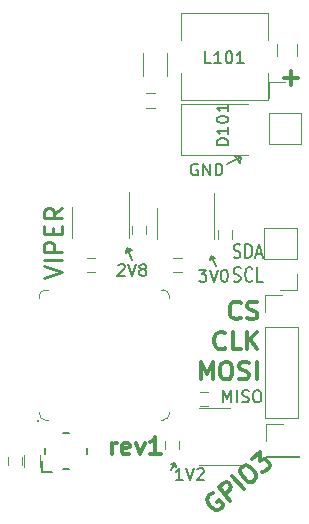
<source format=gto>
G04 #@! TF.FileFunction,Legend,Top*
%FSLAX46Y46*%
G04 Gerber Fmt 4.6, Leading zero omitted, Abs format (unit mm)*
G04 Created by KiCad (PCBNEW 4.0.6) date Thu Nov 16 07:28:37 2017*
%MOMM*%
%LPD*%
G01*
G04 APERTURE LIST*
%ADD10C,0.100000*%
%ADD11C,0.250000*%
%ADD12C,0.200000*%
%ADD13C,0.300000*%
%ADD14C,0.120000*%
%ADD15C,0.150000*%
G04 APERTURE END LIST*
D10*
D11*
X148178571Y-102535714D02*
X149678571Y-102035714D01*
X148178571Y-101535714D01*
X149678571Y-101035714D02*
X148178571Y-101035714D01*
X149678571Y-100321428D02*
X148178571Y-100321428D01*
X148178571Y-99750000D01*
X148250000Y-99607142D01*
X148321429Y-99535714D01*
X148464286Y-99464285D01*
X148678571Y-99464285D01*
X148821429Y-99535714D01*
X148892857Y-99607142D01*
X148964286Y-99750000D01*
X148964286Y-100321428D01*
X148892857Y-98821428D02*
X148892857Y-98321428D01*
X149678571Y-98107142D02*
X149678571Y-98821428D01*
X148178571Y-98821428D01*
X148178571Y-98107142D01*
X149678571Y-96607142D02*
X148964286Y-97107142D01*
X149678571Y-97464285D02*
X148178571Y-97464285D01*
X148178571Y-96892857D01*
X148250000Y-96749999D01*
X148321429Y-96678571D01*
X148464286Y-96607142D01*
X148678571Y-96607142D01*
X148821429Y-96678571D01*
X148892857Y-96749999D01*
X148964286Y-96892857D01*
X148964286Y-97464285D01*
D12*
X155100000Y-100400000D02*
X155600000Y-100200000D01*
X162200000Y-101000000D02*
X162300000Y-100700000D01*
X162600000Y-100800000D02*
X162200000Y-101000000D01*
X162300000Y-100700000D02*
X162600000Y-100800000D01*
X162700000Y-101500000D02*
X162300000Y-100700000D01*
X158900000Y-118300000D02*
X159200000Y-118200000D01*
X159300000Y-118500000D02*
X158900000Y-118300000D01*
X159200000Y-118200000D02*
X159300000Y-118500000D01*
X158900000Y-118800000D02*
X159200000Y-118200000D01*
X155100000Y-100400000D02*
X155200000Y-100000000D01*
X155200000Y-100000000D02*
X155600000Y-100200000D01*
X155600000Y-101000000D02*
X155200000Y-100000000D01*
X161261905Y-101852381D02*
X161880953Y-101852381D01*
X161547619Y-102233333D01*
X161690477Y-102233333D01*
X161785715Y-102280952D01*
X161833334Y-102328571D01*
X161880953Y-102423810D01*
X161880953Y-102661905D01*
X161833334Y-102757143D01*
X161785715Y-102804762D01*
X161690477Y-102852381D01*
X161404762Y-102852381D01*
X161309524Y-102804762D01*
X161261905Y-102757143D01*
X162166667Y-101852381D02*
X162500000Y-102852381D01*
X162833334Y-101852381D01*
X163357143Y-101852381D02*
X163452382Y-101852381D01*
X163547620Y-101900000D01*
X163595239Y-101947619D01*
X163642858Y-102042857D01*
X163690477Y-102233333D01*
X163690477Y-102471429D01*
X163642858Y-102661905D01*
X163595239Y-102757143D01*
X163547620Y-102804762D01*
X163452382Y-102852381D01*
X163357143Y-102852381D01*
X163261905Y-102804762D01*
X163214286Y-102757143D01*
X163166667Y-102661905D01*
X163119048Y-102471429D01*
X163119048Y-102233333D01*
X163166667Y-102042857D01*
X163214286Y-101947619D01*
X163261905Y-101900000D01*
X163357143Y-101852381D01*
X159880953Y-119652381D02*
X159309524Y-119652381D01*
X159595238Y-119652381D02*
X159595238Y-118652381D01*
X159500000Y-118795238D01*
X159404762Y-118890476D01*
X159309524Y-118938095D01*
X160166667Y-118652381D02*
X160500000Y-119652381D01*
X160833334Y-118652381D01*
X161119048Y-118747619D02*
X161166667Y-118700000D01*
X161261905Y-118652381D01*
X161500001Y-118652381D01*
X161595239Y-118700000D01*
X161642858Y-118747619D01*
X161690477Y-118842857D01*
X161690477Y-118938095D01*
X161642858Y-119080952D01*
X161071429Y-119652381D01*
X161690477Y-119652381D01*
X154409524Y-101447619D02*
X154457143Y-101400000D01*
X154552381Y-101352381D01*
X154790477Y-101352381D01*
X154885715Y-101400000D01*
X154933334Y-101447619D01*
X154980953Y-101542857D01*
X154980953Y-101638095D01*
X154933334Y-101780952D01*
X154361905Y-102352381D01*
X154980953Y-102352381D01*
X155266667Y-101352381D02*
X155600000Y-102352381D01*
X155933334Y-101352381D01*
X156409524Y-101780952D02*
X156314286Y-101733333D01*
X156266667Y-101685714D01*
X156219048Y-101590476D01*
X156219048Y-101542857D01*
X156266667Y-101447619D01*
X156314286Y-101400000D01*
X156409524Y-101352381D01*
X156600001Y-101352381D01*
X156695239Y-101400000D01*
X156742858Y-101447619D01*
X156790477Y-101542857D01*
X156790477Y-101590476D01*
X156742858Y-101685714D01*
X156695239Y-101733333D01*
X156600001Y-101780952D01*
X156409524Y-101780952D01*
X156314286Y-101828571D01*
X156266667Y-101876190D01*
X156219048Y-101971429D01*
X156219048Y-102161905D01*
X156266667Y-102257143D01*
X156314286Y-102304762D01*
X156409524Y-102352381D01*
X156600001Y-102352381D01*
X156695239Y-102304762D01*
X156742858Y-102257143D01*
X156790477Y-102161905D01*
X156790477Y-101971429D01*
X156742858Y-101876190D01*
X156695239Y-101828571D01*
X156600001Y-101780952D01*
X164300000Y-92200000D02*
X164800000Y-92300000D01*
X164700000Y-92800000D02*
X164300000Y-92200000D01*
X164800000Y-92300000D02*
X164700000Y-92800000D01*
X163600000Y-92900000D02*
X164800000Y-92300000D01*
X161138096Y-92900000D02*
X161042858Y-92852381D01*
X160900001Y-92852381D01*
X160757143Y-92900000D01*
X160661905Y-92995238D01*
X160614286Y-93090476D01*
X160566667Y-93280952D01*
X160566667Y-93423810D01*
X160614286Y-93614286D01*
X160661905Y-93709524D01*
X160757143Y-93804762D01*
X160900001Y-93852381D01*
X160995239Y-93852381D01*
X161138096Y-93804762D01*
X161185715Y-93757143D01*
X161185715Y-93423810D01*
X160995239Y-93423810D01*
X161614286Y-93852381D02*
X161614286Y-92852381D01*
X162185715Y-93852381D01*
X162185715Y-92852381D01*
X162661905Y-93852381D02*
X162661905Y-92852381D01*
X162900000Y-92852381D01*
X163042858Y-92900000D01*
X163138096Y-92995238D01*
X163185715Y-93090476D01*
X163233334Y-93280952D01*
X163233334Y-93423810D01*
X163185715Y-93614286D01*
X163138096Y-93709524D01*
X163042858Y-93804762D01*
X162900000Y-93852381D01*
X162661905Y-93852381D01*
D13*
X168500000Y-85607143D02*
X169642857Y-85607143D01*
X169071428Y-86178571D02*
X169071428Y-85035714D01*
X153864287Y-117478571D02*
X153864287Y-116478571D01*
X153864287Y-116764286D02*
X153935715Y-116621429D01*
X154007144Y-116550000D01*
X154150001Y-116478571D01*
X154292858Y-116478571D01*
X155364286Y-117407143D02*
X155221429Y-117478571D01*
X154935715Y-117478571D01*
X154792858Y-117407143D01*
X154721429Y-117264286D01*
X154721429Y-116692857D01*
X154792858Y-116550000D01*
X154935715Y-116478571D01*
X155221429Y-116478571D01*
X155364286Y-116550000D01*
X155435715Y-116692857D01*
X155435715Y-116835714D01*
X154721429Y-116978571D01*
X155935715Y-116478571D02*
X156292858Y-117478571D01*
X156650000Y-116478571D01*
X158007143Y-117478571D02*
X157150000Y-117478571D01*
X157578572Y-117478571D02*
X157578572Y-115978571D01*
X157435715Y-116192857D01*
X157292857Y-116335714D01*
X157150000Y-116407143D01*
D12*
X163328572Y-113052381D02*
X163328572Y-112052381D01*
X163661906Y-112766667D01*
X163995239Y-112052381D01*
X163995239Y-113052381D01*
X164471429Y-113052381D02*
X164471429Y-112052381D01*
X164900000Y-113004762D02*
X165042857Y-113052381D01*
X165280953Y-113052381D01*
X165376191Y-113004762D01*
X165423810Y-112957143D01*
X165471429Y-112861905D01*
X165471429Y-112766667D01*
X165423810Y-112671429D01*
X165376191Y-112623810D01*
X165280953Y-112576190D01*
X165090476Y-112528571D01*
X164995238Y-112480952D01*
X164947619Y-112433333D01*
X164900000Y-112338095D01*
X164900000Y-112242857D01*
X164947619Y-112147619D01*
X164995238Y-112100000D01*
X165090476Y-112052381D01*
X165328572Y-112052381D01*
X165471429Y-112100000D01*
X166090476Y-112052381D02*
X166280953Y-112052381D01*
X166376191Y-112100000D01*
X166471429Y-112195238D01*
X166519048Y-112385714D01*
X166519048Y-112719048D01*
X166471429Y-112909524D01*
X166376191Y-113004762D01*
X166280953Y-113052381D01*
X166090476Y-113052381D01*
X165995238Y-113004762D01*
X165900000Y-112909524D01*
X165852381Y-112719048D01*
X165852381Y-112385714D01*
X165900000Y-112195238D01*
X165995238Y-112100000D01*
X166090476Y-112052381D01*
D13*
X162421668Y-120748782D02*
X162266319Y-120785891D01*
X162102167Y-120923632D01*
X161983929Y-121116089D01*
X161966320Y-121317351D01*
X162003429Y-121472699D01*
X162132366Y-121737483D01*
X162270105Y-121901635D01*
X162508477Y-122074592D01*
X162655021Y-122138114D01*
X162856283Y-122155721D01*
X163066348Y-122072698D01*
X163175783Y-121980872D01*
X163294023Y-121788414D01*
X163302827Y-121687783D01*
X162981433Y-121304760D01*
X162762562Y-121488415D01*
X163887110Y-121383997D02*
X162922929Y-120234930D01*
X163360668Y-119867623D01*
X163516017Y-119830514D01*
X163616648Y-119839319D01*
X163763193Y-119902840D01*
X163900932Y-120066992D01*
X163938042Y-120222341D01*
X163929238Y-120322971D01*
X163865716Y-120469516D01*
X163427977Y-120836823D01*
X165036177Y-120419816D02*
X164071996Y-119270749D01*
X164838040Y-118627961D02*
X165056910Y-118444308D01*
X165212259Y-118407198D01*
X165413520Y-118424806D01*
X165651891Y-118597763D01*
X165973285Y-118980785D01*
X166102222Y-119245569D01*
X166084614Y-119446830D01*
X166021091Y-119593375D01*
X165802221Y-119777028D01*
X165646874Y-119814138D01*
X165445612Y-119796530D01*
X165207240Y-119623573D01*
X164885846Y-119240551D01*
X164756911Y-118975767D01*
X164774519Y-118774506D01*
X164838040Y-118627961D01*
X165713520Y-117893346D02*
X166424847Y-117296472D01*
X166409132Y-118055606D01*
X166573285Y-117917866D01*
X166728633Y-117880757D01*
X166829264Y-117889560D01*
X166975808Y-117953082D01*
X167205375Y-118226669D01*
X167242484Y-118382017D01*
X167233680Y-118482649D01*
X167170159Y-118629192D01*
X166841853Y-118904673D01*
X166686505Y-118941783D01*
X166585875Y-118932978D01*
X164785715Y-105885714D02*
X164714286Y-105957143D01*
X164500000Y-106028571D01*
X164357143Y-106028571D01*
X164142858Y-105957143D01*
X164000000Y-105814286D01*
X163928572Y-105671429D01*
X163857143Y-105385714D01*
X163857143Y-105171429D01*
X163928572Y-104885714D01*
X164000000Y-104742857D01*
X164142858Y-104600000D01*
X164357143Y-104528571D01*
X164500000Y-104528571D01*
X164714286Y-104600000D01*
X164785715Y-104671429D01*
X165357143Y-105957143D02*
X165571429Y-106028571D01*
X165928572Y-106028571D01*
X166071429Y-105957143D01*
X166142858Y-105885714D01*
X166214286Y-105742857D01*
X166214286Y-105600000D01*
X166142858Y-105457143D01*
X166071429Y-105385714D01*
X165928572Y-105314286D01*
X165642858Y-105242857D01*
X165500000Y-105171429D01*
X165428572Y-105100000D01*
X165357143Y-104957143D01*
X165357143Y-104814286D01*
X165428572Y-104671429D01*
X165500000Y-104600000D01*
X165642858Y-104528571D01*
X166000000Y-104528571D01*
X166214286Y-104600000D01*
X163500000Y-108435714D02*
X163428571Y-108507143D01*
X163214285Y-108578571D01*
X163071428Y-108578571D01*
X162857143Y-108507143D01*
X162714285Y-108364286D01*
X162642857Y-108221429D01*
X162571428Y-107935714D01*
X162571428Y-107721429D01*
X162642857Y-107435714D01*
X162714285Y-107292857D01*
X162857143Y-107150000D01*
X163071428Y-107078571D01*
X163214285Y-107078571D01*
X163428571Y-107150000D01*
X163500000Y-107221429D01*
X164857143Y-108578571D02*
X164142857Y-108578571D01*
X164142857Y-107078571D01*
X165357143Y-108578571D02*
X165357143Y-107078571D01*
X166214286Y-108578571D02*
X165571429Y-107721429D01*
X166214286Y-107078571D02*
X165357143Y-107935714D01*
X161428571Y-111128571D02*
X161428571Y-109628571D01*
X161928571Y-110700000D01*
X162428571Y-109628571D01*
X162428571Y-111128571D01*
X163428571Y-109628571D02*
X163714285Y-109628571D01*
X163857143Y-109700000D01*
X164000000Y-109842857D01*
X164071428Y-110128571D01*
X164071428Y-110628571D01*
X164000000Y-110914286D01*
X163857143Y-111057143D01*
X163714285Y-111128571D01*
X163428571Y-111128571D01*
X163285714Y-111057143D01*
X163142857Y-110914286D01*
X163071428Y-110628571D01*
X163071428Y-110128571D01*
X163142857Y-109842857D01*
X163285714Y-109700000D01*
X163428571Y-109628571D01*
X164642857Y-111057143D02*
X164857143Y-111128571D01*
X165214286Y-111128571D01*
X165357143Y-111057143D01*
X165428572Y-110985714D01*
X165500000Y-110842857D01*
X165500000Y-110700000D01*
X165428572Y-110557143D01*
X165357143Y-110485714D01*
X165214286Y-110414286D01*
X164928572Y-110342857D01*
X164785714Y-110271429D01*
X164714286Y-110200000D01*
X164642857Y-110057143D01*
X164642857Y-109914286D01*
X164714286Y-109771429D01*
X164785714Y-109700000D01*
X164928572Y-109628571D01*
X165285714Y-109628571D01*
X165500000Y-109700000D01*
X166142857Y-111128571D02*
X166142857Y-109628571D01*
D12*
X164185714Y-100785714D02*
X164328571Y-100842857D01*
X164566667Y-100842857D01*
X164661905Y-100785714D01*
X164709524Y-100728571D01*
X164757143Y-100614286D01*
X164757143Y-100500000D01*
X164709524Y-100385714D01*
X164661905Y-100328571D01*
X164566667Y-100271429D01*
X164376190Y-100214286D01*
X164280952Y-100157143D01*
X164233333Y-100100000D01*
X164185714Y-99985714D01*
X164185714Y-99871429D01*
X164233333Y-99757143D01*
X164280952Y-99700000D01*
X164376190Y-99642857D01*
X164614286Y-99642857D01*
X164757143Y-99700000D01*
X165185714Y-100842857D02*
X165185714Y-99642857D01*
X165423809Y-99642857D01*
X165566667Y-99700000D01*
X165661905Y-99814286D01*
X165709524Y-99928571D01*
X165757143Y-100157143D01*
X165757143Y-100328571D01*
X165709524Y-100557143D01*
X165661905Y-100671429D01*
X165566667Y-100785714D01*
X165423809Y-100842857D01*
X165185714Y-100842857D01*
X166138095Y-100500000D02*
X166614286Y-100500000D01*
X166042857Y-100842857D02*
X166376190Y-99642857D01*
X166709524Y-100842857D01*
X164209524Y-102785714D02*
X164352381Y-102842857D01*
X164590477Y-102842857D01*
X164685715Y-102785714D01*
X164733334Y-102728571D01*
X164780953Y-102614286D01*
X164780953Y-102500000D01*
X164733334Y-102385714D01*
X164685715Y-102328571D01*
X164590477Y-102271429D01*
X164400000Y-102214286D01*
X164304762Y-102157143D01*
X164257143Y-102100000D01*
X164209524Y-101985714D01*
X164209524Y-101871429D01*
X164257143Y-101757143D01*
X164304762Y-101700000D01*
X164400000Y-101642857D01*
X164638096Y-101642857D01*
X164780953Y-101700000D01*
X165780953Y-102728571D02*
X165733334Y-102785714D01*
X165590477Y-102842857D01*
X165495239Y-102842857D01*
X165352381Y-102785714D01*
X165257143Y-102671429D01*
X165209524Y-102557143D01*
X165161905Y-102328571D01*
X165161905Y-102157143D01*
X165209524Y-101928571D01*
X165257143Y-101814286D01*
X165352381Y-101700000D01*
X165495239Y-101642857D01*
X165590477Y-101642857D01*
X165733334Y-101700000D01*
X165780953Y-101757143D01*
X166685715Y-102842857D02*
X166209524Y-102842857D01*
X166209524Y-101642857D01*
D14*
X151800000Y-100800000D02*
X152500000Y-100800000D01*
X152500000Y-102000000D02*
X151800000Y-102000000D01*
X159100000Y-100850000D02*
X159800000Y-100850000D01*
X159800000Y-102050000D02*
X159100000Y-102050000D01*
X161350000Y-112150000D02*
X162050000Y-112150000D01*
X162050000Y-113350000D02*
X161350000Y-113350000D01*
X167900000Y-82750000D02*
X167900000Y-83750000D01*
X169600000Y-83750000D02*
X169600000Y-82750000D01*
X157500000Y-88100000D02*
X156800000Y-88100000D01*
X156800000Y-86900000D02*
X157500000Y-86900000D01*
X155600000Y-98800000D02*
X155600000Y-98100000D01*
X156800000Y-98100000D02*
X156800000Y-98800000D01*
X162850000Y-99200000D02*
X162850000Y-98500000D01*
X164050000Y-98500000D02*
X164050000Y-99200000D01*
X158400000Y-117000000D02*
X158400000Y-116300000D01*
X159600000Y-116300000D02*
X159600000Y-117000000D01*
X156530000Y-83450000D02*
X156530000Y-85450000D01*
X158570000Y-85450000D02*
X158570000Y-83450000D01*
X146300000Y-117700000D02*
X146300000Y-118400000D01*
X145100000Y-118400000D02*
X145100000Y-117700000D01*
X159700000Y-87800000D02*
X159700000Y-92100000D01*
X159700000Y-92100000D02*
X165400000Y-92100000D01*
X159700000Y-87800000D02*
X165400000Y-87800000D01*
X167160000Y-88570000D02*
X167160000Y-91230000D01*
X167160000Y-91230000D02*
X169940000Y-91230000D01*
X169940000Y-91230000D02*
X169940000Y-88570000D01*
X169940000Y-88570000D02*
X167160000Y-88570000D01*
X167160000Y-87300000D02*
X167160000Y-85910000D01*
X167160000Y-85910000D02*
X168550000Y-85910000D01*
X169540000Y-100920000D02*
X169540000Y-98260000D01*
X169540000Y-98260000D02*
X166760000Y-98260000D01*
X166760000Y-98260000D02*
X166760000Y-100920000D01*
X166760000Y-100920000D02*
X169540000Y-100920000D01*
X169540000Y-102190000D02*
X169540000Y-103580000D01*
X169540000Y-103580000D02*
X168150000Y-103580000D01*
X166860000Y-106670000D02*
X166860000Y-114410000D01*
X166860000Y-114410000D02*
X169640000Y-114410000D01*
X169640000Y-114410000D02*
X169640000Y-106670000D01*
X169640000Y-106670000D02*
X166860000Y-106670000D01*
X166860000Y-105400000D02*
X166860000Y-104010000D01*
X166860000Y-104010000D02*
X168250000Y-104010000D01*
X166960000Y-117570000D02*
X166960000Y-117690000D01*
X166960000Y-117690000D02*
X169740000Y-117690000D01*
X169740000Y-117690000D02*
X169740000Y-117570000D01*
X169740000Y-117570000D02*
X166960000Y-117570000D01*
X166960000Y-116300000D02*
X166960000Y-114910000D01*
X166960000Y-114910000D02*
X168350000Y-114910000D01*
X159700000Y-82400000D02*
X159700000Y-80100000D01*
X159700000Y-80100000D02*
X167100000Y-80100000D01*
X167100000Y-80100000D02*
X167100000Y-82400000D01*
X167100000Y-85200000D02*
X167100000Y-87500000D01*
X167100000Y-87500000D02*
X159700000Y-87500000D01*
X159700000Y-87500000D02*
X159700000Y-85200000D01*
X147780000Y-117550000D02*
X147780000Y-118550000D01*
X146420000Y-118550000D02*
X146420000Y-117550000D01*
X150500000Y-99150000D02*
X150500000Y-96550000D01*
X155300000Y-95250000D02*
X155300000Y-99150000D01*
X157750000Y-99200000D02*
X157750000Y-96600000D01*
X162550000Y-95300000D02*
X162550000Y-99200000D01*
X161300000Y-113550000D02*
X163900000Y-113550000D01*
X165200000Y-118350000D02*
X161300000Y-118350000D01*
X147750000Y-114640000D02*
G75*
G03X147750000Y-114640000I-100000J0D01*
G01*
X158250000Y-114540000D02*
X158050000Y-114540000D01*
X158750000Y-114040000D02*
X158750000Y-113840000D01*
X158750000Y-104040000D02*
X158750000Y-104240000D01*
X158250000Y-103540000D02*
X158050000Y-103540000D01*
X148250000Y-103540000D02*
X148450000Y-103540000D01*
X147750000Y-104240000D02*
X147750000Y-104040000D01*
X158250000Y-114540000D02*
G75*
G03X158750000Y-114040000I0J500000D01*
G01*
X158750000Y-104040000D02*
G75*
G03X158250000Y-103540000I-500000J0D01*
G01*
X148250000Y-103540000D02*
G75*
G03X147750000Y-104040000I0J-500000D01*
G01*
X147750000Y-114040000D02*
G75*
G03X148250000Y-114540000I500000J0D01*
G01*
X147750000Y-113840000D02*
X147750000Y-114040000D01*
X148450000Y-114540000D02*
X148250000Y-114540000D01*
D15*
X147968000Y-118928000D02*
X148857000Y-118928000D01*
X147968000Y-118039000D02*
X147968000Y-118928000D01*
X149746000Y-115626000D02*
X150254000Y-115626000D01*
X148222000Y-117404000D02*
X148222000Y-116896000D01*
X150254000Y-118674000D02*
X149746000Y-118674000D01*
X151778000Y-116896000D02*
X151778000Y-117404000D01*
X163752381Y-91290476D02*
X162752381Y-91290476D01*
X162752381Y-91052381D01*
X162800000Y-90909523D01*
X162895238Y-90814285D01*
X162990476Y-90766666D01*
X163180952Y-90719047D01*
X163323810Y-90719047D01*
X163514286Y-90766666D01*
X163609524Y-90814285D01*
X163704762Y-90909523D01*
X163752381Y-91052381D01*
X163752381Y-91290476D01*
X163752381Y-89766666D02*
X163752381Y-90338095D01*
X163752381Y-90052381D02*
X162752381Y-90052381D01*
X162895238Y-90147619D01*
X162990476Y-90242857D01*
X163038095Y-90338095D01*
X162752381Y-89147619D02*
X162752381Y-89052380D01*
X162800000Y-88957142D01*
X162847619Y-88909523D01*
X162942857Y-88861904D01*
X163133333Y-88814285D01*
X163371429Y-88814285D01*
X163561905Y-88861904D01*
X163657143Y-88909523D01*
X163704762Y-88957142D01*
X163752381Y-89052380D01*
X163752381Y-89147619D01*
X163704762Y-89242857D01*
X163657143Y-89290476D01*
X163561905Y-89338095D01*
X163371429Y-89385714D01*
X163133333Y-89385714D01*
X162942857Y-89338095D01*
X162847619Y-89290476D01*
X162800000Y-89242857D01*
X162752381Y-89147619D01*
X163752381Y-87861904D02*
X163752381Y-88433333D01*
X163752381Y-88147619D02*
X162752381Y-88147619D01*
X162895238Y-88242857D01*
X162990476Y-88338095D01*
X163038095Y-88433333D01*
X162280953Y-84352381D02*
X161804762Y-84352381D01*
X161804762Y-83352381D01*
X163138096Y-84352381D02*
X162566667Y-84352381D01*
X162852381Y-84352381D02*
X162852381Y-83352381D01*
X162757143Y-83495238D01*
X162661905Y-83590476D01*
X162566667Y-83638095D01*
X163757143Y-83352381D02*
X163852382Y-83352381D01*
X163947620Y-83400000D01*
X163995239Y-83447619D01*
X164042858Y-83542857D01*
X164090477Y-83733333D01*
X164090477Y-83971429D01*
X164042858Y-84161905D01*
X163995239Y-84257143D01*
X163947620Y-84304762D01*
X163852382Y-84352381D01*
X163757143Y-84352381D01*
X163661905Y-84304762D01*
X163614286Y-84257143D01*
X163566667Y-84161905D01*
X163519048Y-83971429D01*
X163519048Y-83733333D01*
X163566667Y-83542857D01*
X163614286Y-83447619D01*
X163661905Y-83400000D01*
X163757143Y-83352381D01*
X165042858Y-84352381D02*
X164471429Y-84352381D01*
X164757143Y-84352381D02*
X164757143Y-83352381D01*
X164661905Y-83495238D01*
X164566667Y-83590476D01*
X164471429Y-83638095D01*
M02*

</source>
